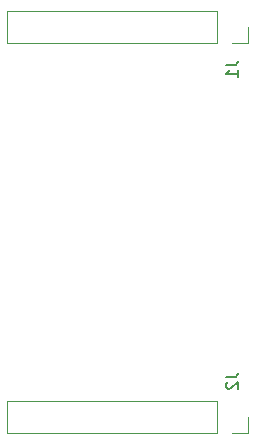
<source format=gbr>
%TF.GenerationSoftware,KiCad,Pcbnew,(5.1.6)-1*%
%TF.CreationDate,2020-11-21T10:09:12-08:00*%
%TF.ProjectId,SoftTakeover,536f6674-5461-46b6-956f-7665722e6b69,rev?*%
%TF.SameCoordinates,Original*%
%TF.FileFunction,Legend,Bot*%
%TF.FilePolarity,Positive*%
%FSLAX46Y46*%
G04 Gerber Fmt 4.6, Leading zero omitted, Abs format (unit mm)*
G04 Created by KiCad (PCBNEW (5.1.6)-1) date 2020-11-21 10:09:12*
%MOMM*%
%LPD*%
G01*
G04 APERTURE LIST*
%ADD10C,0.120000*%
%ADD11C,0.150000*%
G04 APERTURE END LIST*
D10*
%TO.C,J1*%
X125035000Y-87690000D02*
X125035000Y-85030000D01*
X142875000Y-87690000D02*
X125035000Y-87690000D01*
X142875000Y-85030000D02*
X125035000Y-85030000D01*
X142875000Y-87690000D02*
X142875000Y-85030000D01*
X144145000Y-87690000D02*
X145475000Y-87690000D01*
X145475000Y-87690000D02*
X145475000Y-86360000D01*
%TO.C,J2*%
X125035000Y-120710000D02*
X125035000Y-118050000D01*
X142875000Y-120710000D02*
X125035000Y-120710000D01*
X142875000Y-118050000D02*
X125035000Y-118050000D01*
X142875000Y-120710000D02*
X142875000Y-118050000D01*
X144145000Y-120710000D02*
X145475000Y-120710000D01*
X145475000Y-120710000D02*
X145475000Y-119380000D01*
%TO.C,J1*%
D11*
X143597380Y-89582666D02*
X144311666Y-89582666D01*
X144454523Y-89535047D01*
X144549761Y-89439809D01*
X144597380Y-89296952D01*
X144597380Y-89201714D01*
X144597380Y-90582666D02*
X144597380Y-90011238D01*
X144597380Y-90296952D02*
X143597380Y-90296952D01*
X143740238Y-90201714D01*
X143835476Y-90106476D01*
X143883095Y-90011238D01*
%TO.C,J2*%
X143597380Y-115998666D02*
X144311666Y-115998666D01*
X144454523Y-115951047D01*
X144549761Y-115855809D01*
X144597380Y-115712952D01*
X144597380Y-115617714D01*
X143692619Y-116427238D02*
X143645000Y-116474857D01*
X143597380Y-116570095D01*
X143597380Y-116808190D01*
X143645000Y-116903428D01*
X143692619Y-116951047D01*
X143787857Y-116998666D01*
X143883095Y-116998666D01*
X144025952Y-116951047D01*
X144597380Y-116379619D01*
X144597380Y-116998666D01*
%TD*%
M02*

</source>
